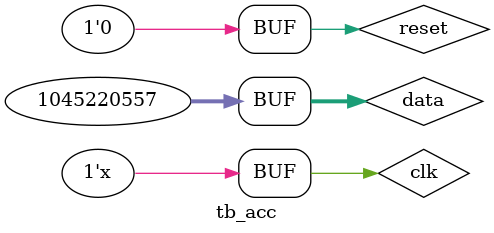
<source format=v>
`timescale 1ns / 1ps


module tb_acc();
    
reg  clk ;
reg  reset;

reg [31:0] data;

initial begin
   clk = 0;
   reset = 1;
   data = 32'h3E4CCCCD; // 0.2=3E4CCCCD  0.4=3ECCCCCD  0.6=3F19999A  1.6=3FCCCCCD
#100 reset = 0;

end    
    
 always@(*) #5  clk <= ~clk;
    
  
    
    
    
    
    
    
    
    
    
    
fp_acc dut(
  .ina_valid        (1),
  .ina_ready        (),
  .ina_payload      (data),
  .out_valid        (),
  .out_ready        (1),
  .out_payload      (),
  .par_acc_cnt      (8),
  .acc_enable       (1),
  .clk              (clk),
  .reset            (reset)
);
    
    
endmodule

</source>
